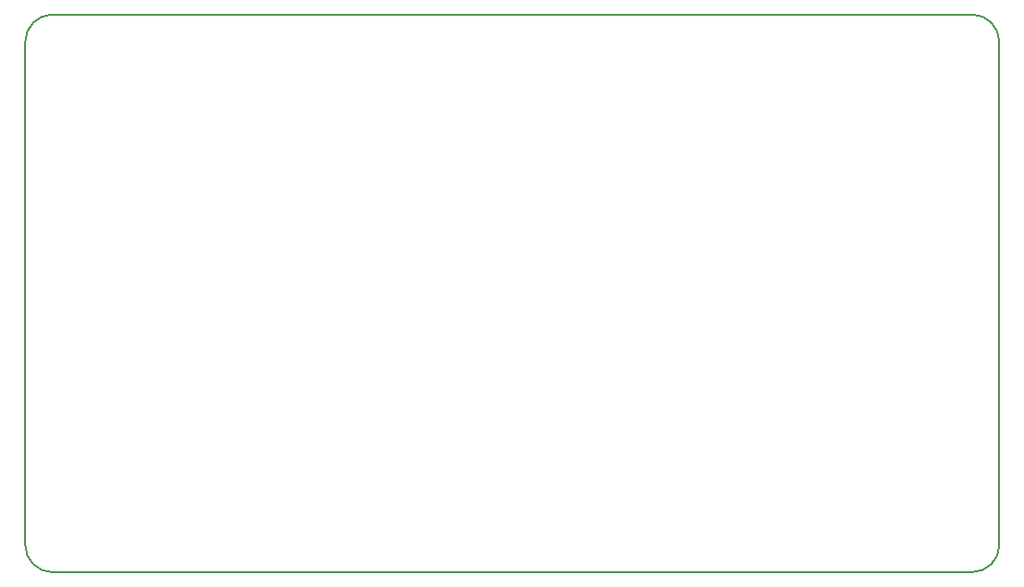
<source format=gbr>
%TF.GenerationSoftware,KiCad,Pcbnew,5.1.0*%
%TF.CreationDate,2019-04-11T23:23:28-05:00*%
%TF.ProjectId,Layout,4c61796f-7574-42e6-9b69-6361645f7063,rev?*%
%TF.SameCoordinates,Original*%
%TF.FileFunction,Profile,NP*%
%FSLAX46Y46*%
G04 Gerber Fmt 4.6, Leading zero omitted, Abs format (unit mm)*
G04 Created by KiCad (PCBNEW 5.1.0) date 2019-04-11 23:23:28*
%MOMM*%
%LPD*%
G04 APERTURE LIST*
%ADD10C,0.150000*%
G04 APERTURE END LIST*
D10*
X112000000Y-122000000D02*
X112000000Y-76000000D01*
X198500000Y-124500000D02*
X114500000Y-124500000D01*
X201000000Y-76000000D02*
X201000000Y-122000000D01*
X114500000Y-73500000D02*
X198500000Y-73500000D01*
X201000000Y-122000000D02*
G75*
G02X198500000Y-124500000I-2500000J0D01*
G01*
X114500000Y-124500000D02*
G75*
G02X112000000Y-122000000I0J2500000D01*
G01*
X112000000Y-76000000D02*
G75*
G02X114500000Y-73500000I2500000J0D01*
G01*
X198500000Y-73500000D02*
G75*
G02X201000000Y-76000000I0J-2500000D01*
G01*
M02*

</source>
